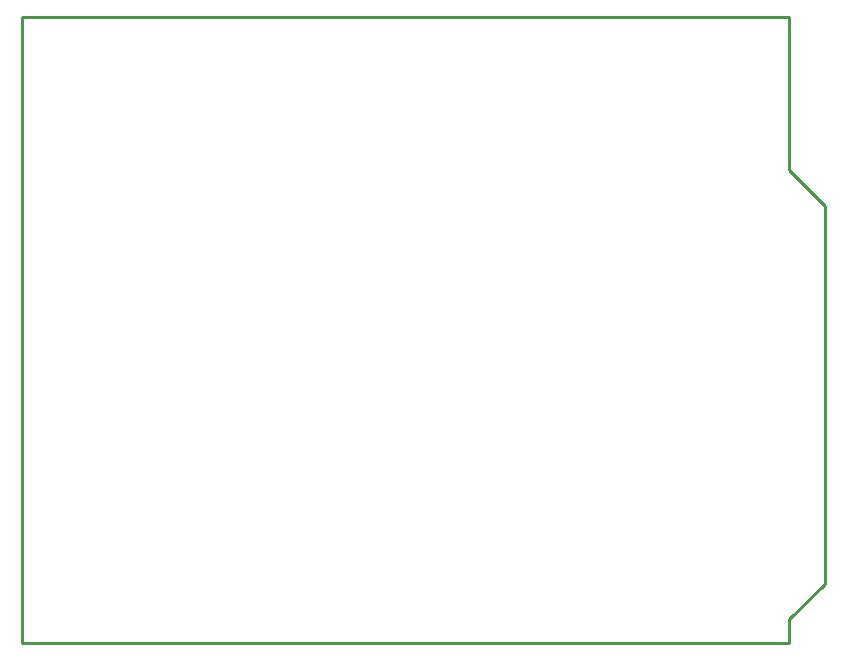
<source format=gko>
G04 Layer_Color=16711935*
%FSLAX25Y25*%
%MOIN*%
G70*
G01*
G75*
%ADD27C,0.01000*%
D27*
X0Y190945D02*
Y208661D01*
X255906D01*
Y157480D02*
Y208661D01*
Y157480D02*
X267717Y145669D01*
Y19685D02*
Y145669D01*
X255906Y7874D02*
X267717Y19685D01*
X255906Y0D02*
Y7874D01*
X0Y0D02*
X255906D01*
X0D02*
Y190945D01*
M02*

</source>
